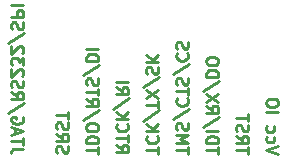
<source format=gbr>
G04 #@! TF.FileFunction,Legend,Bot*
%FSLAX46Y46*%
G04 Gerber Fmt 4.6, Leading zero omitted, Abs format (unit mm)*
G04 Created by KiCad (PCBNEW 4.0.2+dfsg1-stable) date Thu 21 Jul 2016 07:13:38 PM COT*
%MOMM*%
G01*
G04 APERTURE LIST*
%ADD10C,0.100000*%
%ADD11C,0.254000*%
G04 APERTURE END LIST*
D10*
D11*
X172641381Y-89438238D02*
X171625381Y-89099571D01*
X172641381Y-88760905D01*
X171673762Y-87986810D02*
X171625381Y-88083572D01*
X171625381Y-88277095D01*
X171673762Y-88373857D01*
X171722143Y-88422238D01*
X171818905Y-88470619D01*
X172109190Y-88470619D01*
X172205952Y-88422238D01*
X172254333Y-88373857D01*
X172302714Y-88277095D01*
X172302714Y-88083572D01*
X172254333Y-87986810D01*
X171673762Y-87115953D02*
X171625381Y-87212715D01*
X171625381Y-87406238D01*
X171673762Y-87503000D01*
X171722143Y-87551381D01*
X171818905Y-87599762D01*
X172109190Y-87599762D01*
X172205952Y-87551381D01*
X172254333Y-87503000D01*
X172302714Y-87406238D01*
X172302714Y-87212715D01*
X172254333Y-87115953D01*
X171625381Y-85906429D02*
X172641381Y-85906429D01*
X172641381Y-85229095D02*
X172641381Y-85035572D01*
X172593000Y-84938810D01*
X172496238Y-84842048D01*
X172302714Y-84793667D01*
X171964048Y-84793667D01*
X171770524Y-84842048D01*
X171673762Y-84938810D01*
X171625381Y-85035572D01*
X171625381Y-85229095D01*
X171673762Y-85325857D01*
X171770524Y-85422619D01*
X171964048Y-85471000D01*
X172302714Y-85471000D01*
X172496238Y-85422619D01*
X172593000Y-85325857D01*
X172641381Y-85229095D01*
X162481381Y-89438238D02*
X162481381Y-88857667D01*
X161465381Y-89147952D02*
X162481381Y-89147952D01*
X161562143Y-87938429D02*
X161513762Y-87986810D01*
X161465381Y-88131953D01*
X161465381Y-88228715D01*
X161513762Y-88373857D01*
X161610524Y-88470619D01*
X161707286Y-88519000D01*
X161900810Y-88567381D01*
X162045952Y-88567381D01*
X162239476Y-88519000D01*
X162336238Y-88470619D01*
X162433000Y-88373857D01*
X162481381Y-88228715D01*
X162481381Y-88131953D01*
X162433000Y-87986810D01*
X162384619Y-87938429D01*
X161465381Y-87503000D02*
X162481381Y-87503000D01*
X161465381Y-86922429D02*
X162045952Y-87357857D01*
X162481381Y-86922429D02*
X161900810Y-87503000D01*
X162529762Y-85761286D02*
X161223476Y-86632143D01*
X162481381Y-85567762D02*
X162481381Y-84987191D01*
X161465381Y-85277476D02*
X162481381Y-85277476D01*
X162481381Y-84745286D02*
X161465381Y-84067953D01*
X162481381Y-84067953D02*
X161465381Y-84745286D01*
X162529762Y-82955191D02*
X161223476Y-83826048D01*
X161513762Y-82664905D02*
X161465381Y-82519762D01*
X161465381Y-82277858D01*
X161513762Y-82181096D01*
X161562143Y-82132715D01*
X161658905Y-82084334D01*
X161755667Y-82084334D01*
X161852429Y-82132715D01*
X161900810Y-82181096D01*
X161949190Y-82277858D01*
X161997571Y-82471381D01*
X162045952Y-82568143D01*
X162094333Y-82616524D01*
X162191095Y-82664905D01*
X162287857Y-82664905D01*
X162384619Y-82616524D01*
X162433000Y-82568143D01*
X162481381Y-82471381D01*
X162481381Y-82229477D01*
X162433000Y-82084334D01*
X161465381Y-81648905D02*
X162481381Y-81648905D01*
X161465381Y-81068334D02*
X162045952Y-81503762D01*
X162481381Y-81068334D02*
X161900810Y-81648905D01*
X165021381Y-89438238D02*
X165021381Y-88857667D01*
X164005381Y-89147952D02*
X165021381Y-89147952D01*
X164005381Y-88519000D02*
X165021381Y-88519000D01*
X164295667Y-88180334D01*
X165021381Y-87841667D01*
X164005381Y-87841667D01*
X164053762Y-87406238D02*
X164005381Y-87261095D01*
X164005381Y-87019191D01*
X164053762Y-86922429D01*
X164102143Y-86874048D01*
X164198905Y-86825667D01*
X164295667Y-86825667D01*
X164392429Y-86874048D01*
X164440810Y-86922429D01*
X164489190Y-87019191D01*
X164537571Y-87212714D01*
X164585952Y-87309476D01*
X164634333Y-87357857D01*
X164731095Y-87406238D01*
X164827857Y-87406238D01*
X164924619Y-87357857D01*
X164973000Y-87309476D01*
X165021381Y-87212714D01*
X165021381Y-86970810D01*
X164973000Y-86825667D01*
X165069762Y-85664524D02*
X163763476Y-86535381D01*
X164102143Y-84745286D02*
X164053762Y-84793667D01*
X164005381Y-84938810D01*
X164005381Y-85035572D01*
X164053762Y-85180714D01*
X164150524Y-85277476D01*
X164247286Y-85325857D01*
X164440810Y-85374238D01*
X164585952Y-85374238D01*
X164779476Y-85325857D01*
X164876238Y-85277476D01*
X164973000Y-85180714D01*
X165021381Y-85035572D01*
X165021381Y-84938810D01*
X164973000Y-84793667D01*
X164924619Y-84745286D01*
X165021381Y-84455000D02*
X165021381Y-83874429D01*
X164005381Y-84164714D02*
X165021381Y-84164714D01*
X164053762Y-83584143D02*
X164005381Y-83439000D01*
X164005381Y-83197096D01*
X164053762Y-83100334D01*
X164102143Y-83051953D01*
X164198905Y-83003572D01*
X164295667Y-83003572D01*
X164392429Y-83051953D01*
X164440810Y-83100334D01*
X164489190Y-83197096D01*
X164537571Y-83390619D01*
X164585952Y-83487381D01*
X164634333Y-83535762D01*
X164731095Y-83584143D01*
X164827857Y-83584143D01*
X164924619Y-83535762D01*
X164973000Y-83487381D01*
X165021381Y-83390619D01*
X165021381Y-83148715D01*
X164973000Y-83003572D01*
X165069762Y-81842429D02*
X163763476Y-82713286D01*
X164102143Y-80923191D02*
X164053762Y-80971572D01*
X164005381Y-81116715D01*
X164005381Y-81213477D01*
X164053762Y-81358619D01*
X164150524Y-81455381D01*
X164247286Y-81503762D01*
X164440810Y-81552143D01*
X164585952Y-81552143D01*
X164779476Y-81503762D01*
X164876238Y-81455381D01*
X164973000Y-81358619D01*
X165021381Y-81213477D01*
X165021381Y-81116715D01*
X164973000Y-80971572D01*
X164924619Y-80923191D01*
X164053762Y-80536143D02*
X164005381Y-80391000D01*
X164005381Y-80149096D01*
X164053762Y-80052334D01*
X164102143Y-80003953D01*
X164198905Y-79955572D01*
X164295667Y-79955572D01*
X164392429Y-80003953D01*
X164440810Y-80052334D01*
X164489190Y-80149096D01*
X164537571Y-80342619D01*
X164585952Y-80439381D01*
X164634333Y-80487762D01*
X164731095Y-80536143D01*
X164827857Y-80536143D01*
X164924619Y-80487762D01*
X164973000Y-80439381D01*
X165021381Y-80342619D01*
X165021381Y-80100715D01*
X164973000Y-79955572D01*
X167561381Y-89438238D02*
X167561381Y-88857667D01*
X166545381Y-89147952D02*
X167561381Y-89147952D01*
X166545381Y-88519000D02*
X167561381Y-88519000D01*
X167561381Y-88277095D01*
X167513000Y-88131953D01*
X167416238Y-88035191D01*
X167319476Y-87986810D01*
X167125952Y-87938429D01*
X166980810Y-87938429D01*
X166787286Y-87986810D01*
X166690524Y-88035191D01*
X166593762Y-88131953D01*
X166545381Y-88277095D01*
X166545381Y-88519000D01*
X166545381Y-87503000D02*
X167561381Y-87503000D01*
X167609762Y-86293476D02*
X166303476Y-87164333D01*
X166545381Y-85374238D02*
X167029190Y-85712904D01*
X166545381Y-85954809D02*
X167561381Y-85954809D01*
X167561381Y-85567762D01*
X167513000Y-85471000D01*
X167464619Y-85422619D01*
X167367857Y-85374238D01*
X167222714Y-85374238D01*
X167125952Y-85422619D01*
X167077571Y-85471000D01*
X167029190Y-85567762D01*
X167029190Y-85954809D01*
X167561381Y-85035571D02*
X166545381Y-84358238D01*
X167561381Y-84358238D02*
X166545381Y-85035571D01*
X167609762Y-83245476D02*
X166303476Y-84116333D01*
X166545381Y-82906809D02*
X167561381Y-82906809D01*
X167561381Y-82664904D01*
X167513000Y-82519762D01*
X167416238Y-82423000D01*
X167319476Y-82374619D01*
X167125952Y-82326238D01*
X166980810Y-82326238D01*
X166787286Y-82374619D01*
X166690524Y-82423000D01*
X166593762Y-82519762D01*
X166545381Y-82664904D01*
X166545381Y-82906809D01*
X167561381Y-81697285D02*
X167561381Y-81503762D01*
X167513000Y-81407000D01*
X167416238Y-81310238D01*
X167222714Y-81261857D01*
X166884048Y-81261857D01*
X166690524Y-81310238D01*
X166593762Y-81407000D01*
X166545381Y-81503762D01*
X166545381Y-81697285D01*
X166593762Y-81794047D01*
X166690524Y-81890809D01*
X166884048Y-81939190D01*
X167222714Y-81939190D01*
X167416238Y-81890809D01*
X167513000Y-81794047D01*
X167561381Y-81697285D01*
X170101381Y-89438238D02*
X170101381Y-88857667D01*
X169085381Y-89147952D02*
X170101381Y-89147952D01*
X169085381Y-87938429D02*
X169569190Y-88277095D01*
X169085381Y-88519000D02*
X170101381Y-88519000D01*
X170101381Y-88131953D01*
X170053000Y-88035191D01*
X170004619Y-87986810D01*
X169907857Y-87938429D01*
X169762714Y-87938429D01*
X169665952Y-87986810D01*
X169617571Y-88035191D01*
X169569190Y-88131953D01*
X169569190Y-88519000D01*
X169133762Y-87551381D02*
X169085381Y-87406238D01*
X169085381Y-87164334D01*
X169133762Y-87067572D01*
X169182143Y-87019191D01*
X169278905Y-86970810D01*
X169375667Y-86970810D01*
X169472429Y-87019191D01*
X169520810Y-87067572D01*
X169569190Y-87164334D01*
X169617571Y-87357857D01*
X169665952Y-87454619D01*
X169714333Y-87503000D01*
X169811095Y-87551381D01*
X169907857Y-87551381D01*
X170004619Y-87503000D01*
X170053000Y-87454619D01*
X170101381Y-87357857D01*
X170101381Y-87115953D01*
X170053000Y-86970810D01*
X170101381Y-86680524D02*
X170101381Y-86099953D01*
X169085381Y-86390238D02*
X170101381Y-86390238D01*
X158925381Y-88712524D02*
X159409190Y-89051190D01*
X158925381Y-89293095D02*
X159941381Y-89293095D01*
X159941381Y-88906048D01*
X159893000Y-88809286D01*
X159844619Y-88760905D01*
X159747857Y-88712524D01*
X159602714Y-88712524D01*
X159505952Y-88760905D01*
X159457571Y-88809286D01*
X159409190Y-88906048D01*
X159409190Y-89293095D01*
X159941381Y-88422238D02*
X159941381Y-87841667D01*
X158925381Y-88131952D02*
X159941381Y-88131952D01*
X159022143Y-86922429D02*
X158973762Y-86970810D01*
X158925381Y-87115953D01*
X158925381Y-87212715D01*
X158973762Y-87357857D01*
X159070524Y-87454619D01*
X159167286Y-87503000D01*
X159360810Y-87551381D01*
X159505952Y-87551381D01*
X159699476Y-87503000D01*
X159796238Y-87454619D01*
X159893000Y-87357857D01*
X159941381Y-87212715D01*
X159941381Y-87115953D01*
X159893000Y-86970810D01*
X159844619Y-86922429D01*
X158925381Y-86487000D02*
X159941381Y-86487000D01*
X158925381Y-85906429D02*
X159505952Y-86341857D01*
X159941381Y-85906429D02*
X159360810Y-86487000D01*
X159989762Y-84745286D02*
X158683476Y-85616143D01*
X158925381Y-83826048D02*
X159409190Y-84164714D01*
X158925381Y-84406619D02*
X159941381Y-84406619D01*
X159941381Y-84019572D01*
X159893000Y-83922810D01*
X159844619Y-83874429D01*
X159747857Y-83826048D01*
X159602714Y-83826048D01*
X159505952Y-83874429D01*
X159457571Y-83922810D01*
X159409190Y-84019572D01*
X159409190Y-84406619D01*
X158925381Y-83390619D02*
X159941381Y-83390619D01*
X157401381Y-89438238D02*
X157401381Y-88857667D01*
X156385381Y-89147952D02*
X157401381Y-89147952D01*
X156385381Y-88519000D02*
X157401381Y-88519000D01*
X157401381Y-88277095D01*
X157353000Y-88131953D01*
X157256238Y-88035191D01*
X157159476Y-87986810D01*
X156965952Y-87938429D01*
X156820810Y-87938429D01*
X156627286Y-87986810D01*
X156530524Y-88035191D01*
X156433762Y-88131953D01*
X156385381Y-88277095D01*
X156385381Y-88519000D01*
X157401381Y-87309476D02*
X157401381Y-87115953D01*
X157353000Y-87019191D01*
X157256238Y-86922429D01*
X157062714Y-86874048D01*
X156724048Y-86874048D01*
X156530524Y-86922429D01*
X156433762Y-87019191D01*
X156385381Y-87115953D01*
X156385381Y-87309476D01*
X156433762Y-87406238D01*
X156530524Y-87503000D01*
X156724048Y-87551381D01*
X157062714Y-87551381D01*
X157256238Y-87503000D01*
X157353000Y-87406238D01*
X157401381Y-87309476D01*
X157449762Y-85712905D02*
X156143476Y-86583762D01*
X156385381Y-84793667D02*
X156869190Y-85132333D01*
X156385381Y-85374238D02*
X157401381Y-85374238D01*
X157401381Y-84987191D01*
X157353000Y-84890429D01*
X157304619Y-84842048D01*
X157207857Y-84793667D01*
X157062714Y-84793667D01*
X156965952Y-84842048D01*
X156917571Y-84890429D01*
X156869190Y-84987191D01*
X156869190Y-85374238D01*
X157401381Y-84503381D02*
X157401381Y-83922810D01*
X156385381Y-84213095D02*
X157401381Y-84213095D01*
X156433762Y-83632524D02*
X156385381Y-83487381D01*
X156385381Y-83245477D01*
X156433762Y-83148715D01*
X156482143Y-83100334D01*
X156578905Y-83051953D01*
X156675667Y-83051953D01*
X156772429Y-83100334D01*
X156820810Y-83148715D01*
X156869190Y-83245477D01*
X156917571Y-83439000D01*
X156965952Y-83535762D01*
X157014333Y-83584143D01*
X157111095Y-83632524D01*
X157207857Y-83632524D01*
X157304619Y-83584143D01*
X157353000Y-83535762D01*
X157401381Y-83439000D01*
X157401381Y-83197096D01*
X157353000Y-83051953D01*
X157449762Y-81890810D02*
X156143476Y-82761667D01*
X156385381Y-81552143D02*
X157401381Y-81552143D01*
X157401381Y-81310238D01*
X157353000Y-81165096D01*
X157256238Y-81068334D01*
X157159476Y-81019953D01*
X156965952Y-80971572D01*
X156820810Y-80971572D01*
X156627286Y-81019953D01*
X156530524Y-81068334D01*
X156433762Y-81165096D01*
X156385381Y-81310238D01*
X156385381Y-81552143D01*
X156385381Y-80536143D02*
X157401381Y-80536143D01*
X153893762Y-89341476D02*
X153845381Y-89196333D01*
X153845381Y-88954429D01*
X153893762Y-88857667D01*
X153942143Y-88809286D01*
X154038905Y-88760905D01*
X154135667Y-88760905D01*
X154232429Y-88809286D01*
X154280810Y-88857667D01*
X154329190Y-88954429D01*
X154377571Y-89147952D01*
X154425952Y-89244714D01*
X154474333Y-89293095D01*
X154571095Y-89341476D01*
X154667857Y-89341476D01*
X154764619Y-89293095D01*
X154813000Y-89244714D01*
X154861381Y-89147952D01*
X154861381Y-88906048D01*
X154813000Y-88760905D01*
X153845381Y-87744905D02*
X154329190Y-88083571D01*
X153845381Y-88325476D02*
X154861381Y-88325476D01*
X154861381Y-87938429D01*
X154813000Y-87841667D01*
X154764619Y-87793286D01*
X154667857Y-87744905D01*
X154522714Y-87744905D01*
X154425952Y-87793286D01*
X154377571Y-87841667D01*
X154329190Y-87938429D01*
X154329190Y-88325476D01*
X153893762Y-87357857D02*
X153845381Y-87212714D01*
X153845381Y-86970810D01*
X153893762Y-86874048D01*
X153942143Y-86825667D01*
X154038905Y-86777286D01*
X154135667Y-86777286D01*
X154232429Y-86825667D01*
X154280810Y-86874048D01*
X154329190Y-86970810D01*
X154377571Y-87164333D01*
X154425952Y-87261095D01*
X154474333Y-87309476D01*
X154571095Y-87357857D01*
X154667857Y-87357857D01*
X154764619Y-87309476D01*
X154813000Y-87261095D01*
X154861381Y-87164333D01*
X154861381Y-86922429D01*
X154813000Y-86777286D01*
X154861381Y-86487000D02*
X154861381Y-85906429D01*
X153845381Y-86196714D02*
X154861381Y-86196714D01*
X151051381Y-89002810D02*
X150325667Y-89002810D01*
X150180524Y-89051190D01*
X150083762Y-89147952D01*
X150035381Y-89293095D01*
X150035381Y-89389857D01*
X151051381Y-88664143D02*
X151051381Y-88083572D01*
X150035381Y-88373857D02*
X151051381Y-88373857D01*
X150325667Y-87793286D02*
X150325667Y-87309477D01*
X150035381Y-87890048D02*
X151051381Y-87551381D01*
X150035381Y-87212715D01*
X151003000Y-86341858D02*
X151051381Y-86438620D01*
X151051381Y-86583763D01*
X151003000Y-86728905D01*
X150906238Y-86825667D01*
X150809476Y-86874048D01*
X150615952Y-86922429D01*
X150470810Y-86922429D01*
X150277286Y-86874048D01*
X150180524Y-86825667D01*
X150083762Y-86728905D01*
X150035381Y-86583763D01*
X150035381Y-86487001D01*
X150083762Y-86341858D01*
X150132143Y-86293477D01*
X150470810Y-86293477D01*
X150470810Y-86487001D01*
X151099762Y-85132334D02*
X149793476Y-86003191D01*
X150035381Y-84213096D02*
X150519190Y-84551762D01*
X150035381Y-84793667D02*
X151051381Y-84793667D01*
X151051381Y-84406620D01*
X151003000Y-84309858D01*
X150954619Y-84261477D01*
X150857857Y-84213096D01*
X150712714Y-84213096D01*
X150615952Y-84261477D01*
X150567571Y-84309858D01*
X150519190Y-84406620D01*
X150519190Y-84793667D01*
X150083762Y-83826048D02*
X150035381Y-83680905D01*
X150035381Y-83439001D01*
X150083762Y-83342239D01*
X150132143Y-83293858D01*
X150228905Y-83245477D01*
X150325667Y-83245477D01*
X150422429Y-83293858D01*
X150470810Y-83342239D01*
X150519190Y-83439001D01*
X150567571Y-83632524D01*
X150615952Y-83729286D01*
X150664333Y-83777667D01*
X150761095Y-83826048D01*
X150857857Y-83826048D01*
X150954619Y-83777667D01*
X151003000Y-83729286D01*
X151051381Y-83632524D01*
X151051381Y-83390620D01*
X151003000Y-83245477D01*
X150954619Y-82858429D02*
X151003000Y-82810048D01*
X151051381Y-82713286D01*
X151051381Y-82471382D01*
X151003000Y-82374620D01*
X150954619Y-82326239D01*
X150857857Y-82277858D01*
X150761095Y-82277858D01*
X150615952Y-82326239D01*
X150035381Y-82906810D01*
X150035381Y-82277858D01*
X151051381Y-81939191D02*
X151051381Y-81310239D01*
X150664333Y-81648905D01*
X150664333Y-81503763D01*
X150615952Y-81407001D01*
X150567571Y-81358620D01*
X150470810Y-81310239D01*
X150228905Y-81310239D01*
X150132143Y-81358620D01*
X150083762Y-81407001D01*
X150035381Y-81503763D01*
X150035381Y-81794048D01*
X150083762Y-81890810D01*
X150132143Y-81939191D01*
X150954619Y-80923191D02*
X151003000Y-80874810D01*
X151051381Y-80778048D01*
X151051381Y-80536144D01*
X151003000Y-80439382D01*
X150954619Y-80391001D01*
X150857857Y-80342620D01*
X150761095Y-80342620D01*
X150615952Y-80391001D01*
X150035381Y-80971572D01*
X150035381Y-80342620D01*
X151099762Y-79181477D02*
X149793476Y-80052334D01*
X150083762Y-78891191D02*
X150035381Y-78746048D01*
X150035381Y-78504144D01*
X150083762Y-78407382D01*
X150132143Y-78359001D01*
X150228905Y-78310620D01*
X150325667Y-78310620D01*
X150422429Y-78359001D01*
X150470810Y-78407382D01*
X150519190Y-78504144D01*
X150567571Y-78697667D01*
X150615952Y-78794429D01*
X150664333Y-78842810D01*
X150761095Y-78891191D01*
X150857857Y-78891191D01*
X150954619Y-78842810D01*
X151003000Y-78794429D01*
X151051381Y-78697667D01*
X151051381Y-78455763D01*
X151003000Y-78310620D01*
X150035381Y-77875191D02*
X151051381Y-77875191D01*
X151051381Y-77488144D01*
X151003000Y-77391382D01*
X150954619Y-77343001D01*
X150857857Y-77294620D01*
X150712714Y-77294620D01*
X150615952Y-77343001D01*
X150567571Y-77391382D01*
X150519190Y-77488144D01*
X150519190Y-77875191D01*
X150035381Y-76859191D02*
X151051381Y-76859191D01*
M02*

</source>
